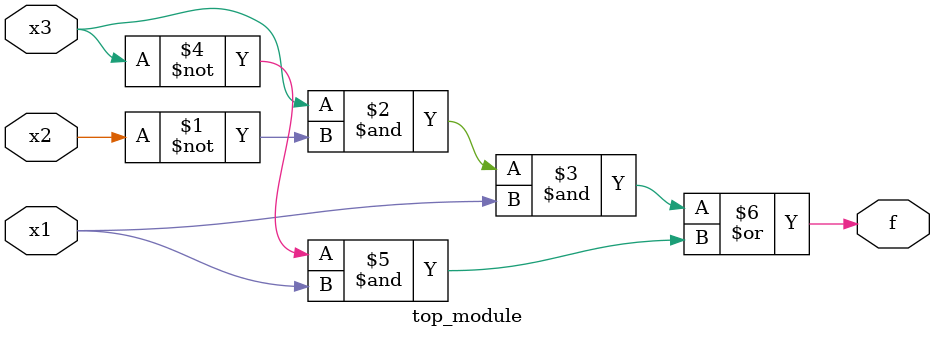
<source format=sv>
module top_module (
	input x3,
	input x2,
	input x1,
	output f
);
	assign f = (x3 & ~x2 & x1) | (~x3 & x1);
endmodule

</source>
